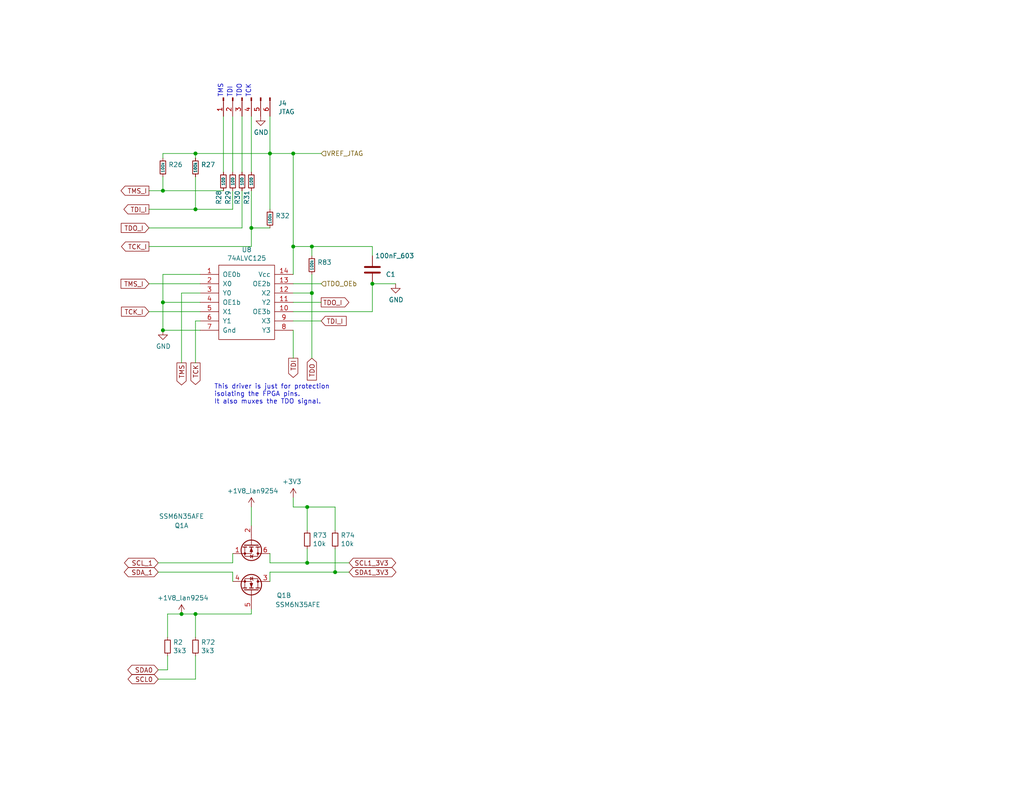
<source format=kicad_sch>
(kicad_sch (version 20230121) (generator eeschema)
  (paper "USLetter")
  (lib_symbols
    (symbol "Connector:Conn_01x06_Male" (pin_names (offset 1.016) hide)
      (property "Reference" "J" (at 0 7.62 0))
      (property "Value" "Conn_01x06_Male" (at 0 -10.16 0))
      (symbol "Conn_01x06_Male_1_1"
        (polyline (pts (xy 1.27 -7.62) (xy 0.8636 -7.62)) (stroke (width 0.1524)))
        (polyline (pts (xy 1.27 -5.08) (xy 0.8636 -5.08)) (stroke (width 0.1524)))
        (polyline (pts (xy 1.27 -2.54) (xy 0.8636 -2.54)) (stroke (width 0.1524)))
        (polyline (pts (xy 1.27 0) (xy 0.8636 0)) (stroke (width 0.1524)))
        (polyline (pts (xy 1.27 2.54) (xy 0.8636 2.54)) (stroke (width 0.1524)))
        (polyline (pts (xy 1.27 5.08) (xy 0.8636 5.08)) (stroke (width 0.1524)))
        (rectangle (start 0.8636 -7.493) (end 0 -7.747) (stroke (width 0.1524)) (fill (type outline)))
        (rectangle (start 0.8636 -4.953) (end 0 -5.207) (stroke (width 0.1524)) (fill (type outline)))
        (rectangle (start 0.8636 -2.413) (end 0 -2.667) (stroke (width 0.1524)) (fill (type outline)))
        (rectangle (start 0.8636 0.127) (end 0 -0.127) (stroke (width 0.1524)) (fill (type outline)))
        (rectangle (start 0.8636 2.667) (end 0 2.413) (stroke (width 0.1524)) (fill (type outline)))
        (rectangle (start 0.8636 5.207) (end 0 4.953) (stroke (width 0.1524)) (fill (type outline)))
        (pin passive line (at 5.08 5.08 180) (length 3.81) (name "Pin_1") (number "1"))
        (pin passive line (at 5.08 2.54 180) (length 3.81) (name "Pin_2") (number "2"))
        (pin passive line (at 5.08 0 180) (length 3.81) (name "Pin_3") (number "3"))
        (pin passive line (at 5.08 -2.54 180) (length 3.81) (name "Pin_4") (number "4"))
        (pin passive line (at 5.08 -5.08 180) (length 3.81) (name "Pin_5") (number "5"))
        (pin passive line (at 5.08 -7.62 180) (length 3.81) (name "Pin_6") (number "6"))
      )
    )
    (symbol "Device:Q_DUAL_NMOS_S1G1D2S2G2D1" (pin_names (offset 0) hide)
      (property "Reference" "Q" (at 6.35 1.27 0))
      (property "Value" "Device_Q_DUAL_NMOS_S1G1D2S2G2D1" (at 19.05 -1.27 0))
      (symbol "Q_DUAL_NMOS_S1G1D2S2G2D1_0_1"
        (polyline (pts (xy 0.254 0) (xy -2.54 0)))
        (polyline (pts (xy 0.254 1.905) (xy 0.254 -1.905)) (stroke (width 0.254)))
        (polyline (pts (xy 0.762 -1.27) (xy 0.762 -2.286)) (stroke (width 0.254)))
        (polyline (pts (xy 0.762 0.508) (xy 0.762 -0.508)) (stroke (width 0.254)))
        (polyline (pts (xy 0.762 2.286) (xy 0.762 1.27)) (stroke (width 0.254)))
        (polyline (pts (xy 2.54 2.54) (xy 2.54 1.778)))
        (polyline (pts (xy 2.54 -2.54) (xy 2.54 0) (xy 0.762 0)))
        (polyline (pts (xy 0.762 -1.778) (xy 3.302 -1.778) (xy 3.302 1.778) (xy 0.762 1.778)))
        (polyline (pts (xy 1.016 0) (xy 2.032 0.381) (xy 2.032 -0.381) (xy 1.016 0)) (fill (type outline)))
        (polyline (pts (xy 2.794 0.508) (xy 2.921 0.381) (xy 3.683 0.381) (xy 3.81 0.254)))
        (polyline (pts (xy 3.302 0.381) (xy 2.921 -0.254) (xy 3.683 -0.254) (xy 3.302 0.381)))
        (circle (center 1.651 0) (radius 2.794) (stroke (width 0.254)))
        (circle (center 2.54 -1.778) (radius 0.254) (fill (type outline)))
        (circle (center 2.54 1.778) (radius 0.254) (fill (type outline)))
      )
      (symbol "Q_DUAL_NMOS_S1G1D2S2G2D1_1_1"
        (pin passive line (at 2.54 -5.08 90) (length 2.54) (name "S") (number "1"))
        (pin input line (at -5.08 0 0) (length 2.54) (name "G") (number "2"))
        (pin passive line (at 2.54 5.08 270) (length 2.54) (name "D") (number "6"))
      )
      (symbol "Q_DUAL_NMOS_S1G1D2S2G2D1_2_1"
        (pin passive line (at 2.54 5.08 270) (length 2.54) (name "D") (number "3"))
        (pin passive line (at 2.54 -5.08 90) (length 2.54) (name "S") (number "4"))
        (pin input line (at -5.08 0 0) (length 2.54) (name "G") (number "5"))
      )
    )
    (symbol "Device:R_Small" (pin_numbers hide) (pin_names (offset 0.254) hide)
      (property "Reference" "R" (at 0.762 0.508 0))
      (property "Value" "R_Small" (at 0.762 -1.016 0))
      (symbol "R_Small_0_1"
        (rectangle (start -0.762 1.778) (end 0.762 -1.778) (stroke (width 0.2032)))
      )
      (symbol "R_Small_1_1"
        (pin passive line (at 0 2.54 270) (length 0.762) (name "~") (number "1"))
        (pin passive line (at 0 -2.54 90) (length 0.762) (name "~") (number "2"))
      )
    )
    (symbol "fmc:100nF_603" (pin_numbers hide) (pin_names (offset 0.254))
      (property "Reference" "C" (at 0.635 2.54 0))
      (property "Value" "fmc_100nF_603" (at 0.635 -2.54 0))
      (symbol "100nF_603_0_1"
        (polyline (pts (xy -2.032 -0.762) (xy 2.032 -0.762)) (stroke (width 0.508)))
        (polyline (pts (xy -2.032 0.762) (xy 2.032 0.762)) (stroke (width 0.508)))
      )
      (symbol "100nF_603_1_1"
        (pin passive line (at 0 3.81 270) (length 2.794) (name "~") (number "1"))
        (pin passive line (at 0 -3.81 90) (length 2.794) (name "~") (number "2"))
      )
    )
    (symbol "fmc:74AC125" (pin_names (offset 1.016))
      (property "Reference" "U" (at 0 -11.43 0))
      (property "Value" "fmc_74AC125" (at 0 11.43 0))
      (symbol "74AC125_0_1"
        (rectangle (start -7.62 10.16) (end 7.62 -10.16))
      )
      (symbol "74AC125_1_1"
        (pin input line (at -12.7 7.62 0) (length 5.08) (name "OE0b") (number "1"))
        (pin input line (at 12.7 -2.54 180) (length 5.08) (name "OE3b") (number "10"))
        (pin tri_state line (at 12.7 0 180) (length 5.08) (name "Y2") (number "11"))
        (pin input line (at 12.7 2.54 180) (length 5.08) (name "X2") (number "12"))
        (pin input line (at 12.7 5.08 180) (length 5.08) (name "OE2b") (number "13"))
        (pin power_in line (at 12.7 7.62 180) (length 5.08) (name "Vcc") (number "14"))
        (pin input line (at -12.7 5.08 0) (length 5.08) (name "X0") (number "2"))
        (pin tri_state line (at -12.7 2.54 0) (length 5.08) (name "Y0") (number "3"))
        (pin input line (at -12.7 0 0) (length 5.08) (name "OE1b") (number "4"))
        (pin input line (at -12.7 -2.54 0) (length 5.08) (name "X1") (number "5"))
        (pin tri_state line (at -12.7 -5.08 0) (length 5.08) (name "Y1") (number "6"))
        (pin power_in line (at -12.7 -7.62 0) (length 5.08) (name "Gnd") (number "7"))
        (pin tri_state line (at 12.7 -7.62 180) (length 5.08) (name "Y3") (number "8"))
        (pin input line (at 12.7 -5.08 180) (length 5.08) (name "X3") (number "9"))
      )
    )
    (symbol "lan9254_project:+1V8" (power) (pin_names (offset 0))
      (property "Value" "+1V8" (at 0 3.556 0))
      (symbol "+1V8_0_1"
        (polyline (pts (xy -0.762 1.27) (xy 0 2.54)))
        (polyline (pts (xy 0 0) (xy 0 2.54)))
        (polyline (pts (xy 0 2.54) (xy 0.762 1.27)))
      )
      (symbol "+1V8_1_1"
        (pin power_in line (at 0 0 90) (length 0) hide (name "+1V8_lan9254") (number "1"))
      )
    )
    (symbol "power:+3V3" (power) (pin_names (offset 0))
      (property "Value" "+3V3" (at 0 3.556 0))
      (symbol "+3V3_0_1"
        (polyline (pts (xy -0.762 1.27) (xy 0 2.54)))
        (polyline (pts (xy 0 0) (xy 0 2.54)))
        (polyline (pts (xy 0 2.54) (xy 0.762 1.27)))
      )
      (symbol "+3V3_1_1"
        (pin power_in line (at 0 0 90) (length 0) hide (name "+3V3") (number "1"))
      )
    )
    (symbol "power:GND" (power) (pin_names (offset 0))
      (property "Value" "GND" (at 0 -3.81 0))
      (symbol "GND_0_1"
        (polyline (pts (xy 0 0) (xy 0 -1.27) (xy 1.27 -1.27) (xy 0 -2.54) (xy -1.27 -1.27) (xy 0 -1.27)))
      )
      (symbol "GND_1_1"
        (pin power_in line (at 0 0 270) (length 0) hide (name "GND") (number "1"))
      )
    )
  )
  (junction (at 101.6 77.47))
  (junction (at 49.53 167.64))
  (junction (at 53.34 41.91))
  (junction (at 83.82 153.67))
  (junction (at 91.44 156.21))
  (junction (at 80.01 41.91))
  (junction (at 85.09 67.31))
  (junction (at 80.01 67.31))
  (junction (at 83.82 138.43))
  (junction (at 44.45 90.17))
  (junction (at 53.34 167.64))
  (junction (at 53.34 57.15))
  (junction (at 68.58 62.23))
  (junction (at 44.45 82.55))
  (junction (at 44.45 52.07))
  (junction (at 85.09 80.01))
  (junction (at 73.66 41.91))
  (wire (pts (xy 44.45 41.91) (xy 53.34 41.91)))
  (wire (pts (xy 44.45 52.07) (xy 60.96 52.07)))
  (wire (pts (xy 83.82 149.86) (xy 83.82 153.67)))
  (wire (pts (xy 101.6 67.31) (xy 101.6 69.85)))
  (wire (pts (xy 83.82 138.43) (xy 91.44 138.43)))
  (wire (pts (xy 80.01 41.91) (xy 87.63 41.91)))
  (wire (pts (xy 43.18 156.21) (xy 63.5 156.21)))
  (wire (pts (xy 83.82 144.78) (xy 83.82 138.43)))
  (wire (pts (xy 73.66 156.21) (xy 91.44 156.21)))
  (wire (pts (xy 80.01 90.17) (xy 80.01 97.79)))
  (wire (pts (xy 53.34 48.26) (xy 53.34 57.15)))
  (wire (pts (xy 80.01 77.47) (xy 87.63 77.47)))
  (wire (pts (xy 85.09 67.31) (xy 101.6 67.31)))
  (wire (pts (xy 60.96 31.75) (xy 60.96 46.99)))
  (wire (pts (xy 73.66 41.91) (xy 80.01 41.91)))
  (wire (pts (xy 45.72 179.07) (xy 45.72 182.88)))
  (wire (pts (xy 43.18 182.88) (xy 45.72 182.88)))
  (wire (pts (xy 53.34 41.91) (xy 73.66 41.91)))
  (wire (pts (xy 53.34 179.07) (xy 53.34 185.42)))
  (wire (pts (xy 80.01 85.09) (xy 101.6 85.09)))
  (wire (pts (xy 44.45 43.18) (xy 44.45 41.91)))
  (wire (pts (xy 80.01 82.55) (xy 87.63 82.55)))
  (wire (pts (xy 54.61 87.63) (xy 53.34 87.63)))
  (wire (pts (xy 68.58 67.31) (xy 40.64 67.31)))
  (wire (pts (xy 101.6 85.09) (xy 101.6 77.47)))
  (wire (pts (xy 83.82 153.67) (xy 95.25 153.67)))
  (wire (pts (xy 85.09 69.85) (xy 85.09 67.31)))
  (wire (pts (xy 66.04 31.75) (xy 66.04 46.99)))
  (wire (pts (xy 44.45 82.55) (xy 54.61 82.55)))
  (wire (pts (xy 80.01 80.01) (xy 85.09 80.01)))
  (wire (pts (xy 63.5 156.21) (xy 63.5 158.75)))
  (wire (pts (xy 53.34 167.64) (xy 68.58 167.64)))
  (wire (pts (xy 68.58 31.75) (xy 68.58 46.99)))
  (wire (pts (xy 91.44 156.21) (xy 95.25 156.21)))
  (wire (pts (xy 85.09 74.93) (xy 85.09 80.01)))
  (wire (pts (xy 73.66 153.67) (xy 83.82 153.67)))
  (wire (pts (xy 43.18 185.42) (xy 53.34 185.42)))
  (wire (pts (xy 54.61 80.01) (xy 49.53 80.01)))
  (wire (pts (xy 40.64 85.09) (xy 54.61 85.09)))
  (wire (pts (xy 44.45 48.26) (xy 44.45 52.07)))
  (wire (pts (xy 44.45 90.17) (xy 54.61 90.17)))
  (wire (pts (xy 53.34 167.64) (xy 53.34 173.99)))
  (wire (pts (xy 68.58 167.64) (xy 68.58 166.37)))
  (wire (pts (xy 45.72 167.64) (xy 49.53 167.64)))
  (wire (pts (xy 40.64 52.07) (xy 44.45 52.07)))
  (wire (pts (xy 53.34 43.18) (xy 53.34 41.91)))
  (wire (pts (xy 68.58 62.23) (xy 73.66 62.23)))
  (wire (pts (xy 63.5 52.07) (xy 63.5 57.15)))
  (wire (pts (xy 40.64 77.47) (xy 54.61 77.47)))
  (wire (pts (xy 91.44 149.86) (xy 91.44 156.21)))
  (wire (pts (xy 73.66 57.15) (xy 73.66 41.91)))
  (wire (pts (xy 80.01 41.91) (xy 80.01 67.31)))
  (wire (pts (xy 45.72 173.99) (xy 45.72 167.64)))
  (wire (pts (xy 73.66 158.75) (xy 73.66 156.21)))
  (wire (pts (xy 80.01 67.31) (xy 80.01 74.93)))
  (wire (pts (xy 49.53 80.01) (xy 49.53 99.06)))
  (wire (pts (xy 53.34 57.15) (xy 40.64 57.15)))
  (wire (pts (xy 68.58 52.07) (xy 68.58 62.23)))
  (wire (pts (xy 80.01 135.89) (xy 80.01 138.43)))
  (wire (pts (xy 68.58 138.43) (xy 68.58 143.51)))
  (wire (pts (xy 43.18 153.67) (xy 63.5 153.67)))
  (wire (pts (xy 44.45 82.55) (xy 44.45 74.93)))
  (wire (pts (xy 87.63 87.63) (xy 80.01 87.63)))
  (wire (pts (xy 63.5 153.67) (xy 63.5 151.13)))
  (wire (pts (xy 53.34 87.63) (xy 53.34 99.06)))
  (wire (pts (xy 40.64 62.23) (xy 66.04 62.23)))
  (wire (pts (xy 85.09 67.31) (xy 80.01 67.31)))
  (wire (pts (xy 73.66 151.13) (xy 73.66 153.67)))
  (wire (pts (xy 68.58 62.23) (xy 68.58 67.31)))
  (wire (pts (xy 91.44 138.43) (xy 91.44 144.78)))
  (wire (pts (xy 53.34 57.15) (xy 63.5 57.15)))
  (wire (pts (xy 66.04 62.23) (xy 66.04 52.07)))
  (wire (pts (xy 44.45 74.93) (xy 54.61 74.93)))
  (wire (pts (xy 44.45 90.17) (xy 44.45 82.55)))
  (wire (pts (xy 83.82 138.43) (xy 80.01 138.43)))
  (wire (pts (xy 107.95 77.47) (xy 101.6 77.47)))
  (wire (pts (xy 85.09 80.01) (xy 85.09 97.79)))
  (wire (pts (xy 49.53 167.64) (xy 53.34 167.64)))
  (wire (pts (xy 63.5 31.75) (xy 63.5 46.99)))
  (wire (pts (xy 73.66 31.75) (xy 73.66 41.91)))
  (text "TDO" (at 66.04 26.67 90) (effects (font (size 1.27 1.27)) (justify left bottom)))
  (text "TMS" (at 60.96 26.67 90) (effects (font (size 1.27 1.27)) (justify left bottom)))
  (text "TCK" (at 68.58 26.67 90) (effects (font (size 1.27 1.27)) (justify left bottom)))
  (text "This driver is just for protection\nisolating the FPGA pins.\nIt also muxes the TDO signal." (at 58.42 110.49 0) (effects (font (size 1.27 1.27)) (justify left bottom)))
  (text "TDI" (at 63.5 26.67 90) (effects (font (size 1.27 1.27)) (justify left bottom)))
  (global_label "TCK_I" (shape output) (at 40.64 67.31 180) (property "Intersheetrefs" "${INTERSHEET_REFS}" (effects hide)))
  (global_label "TDO_I" (shape output) (at 87.63 82.55 0) (property "Intersheetrefs" "${INTERSHEET_REFS}" (effects hide)))
  (global_label "TMS_I" (shape input) (at 40.64 77.47 180) (property "Intersheetrefs" "${INTERSHEET_REFS}" (effects hide)))
  (global_label "SCL0" (shape bidirectional) (at 43.18 185.42 180) (property "Intersheetrefs" "${INTERSHEET_REFS}" (effects hide)))
  (global_label "TDO_I" (shape input) (at 40.64 62.23 180) (property "Intersheetrefs" "${INTERSHEET_REFS}" (effects hide)))
  (global_label "TMS" (shape output) (at 49.53 99.06 270) (property "Intersheetrefs" "${INTERSHEET_REFS}" (effects hide)))
  (global_label "SDA1_3V3" (shape bidirectional) (at 95.25 156.21 0) (property "Intersheetrefs" "${INTERSHEET_REFS}" (effects hide)))
  (global_label "SCL1_3V3" (shape bidirectional) (at 95.25 153.67 0) (property "Intersheetrefs" "${INTERSHEET_REFS}" (effects hide)))
  (global_label "SCL_1" (shape bidirectional) (at 43.18 153.67 180) (property "Intersheetrefs" "${INTERSHEET_REFS}" (effects hide)))
  (global_label "TDI_I" (shape output) (at 40.64 57.15 180) (property "Intersheetrefs" "${INTERSHEET_REFS}" (effects hide)))
  (global_label "SDA0" (shape bidirectional) (at 43.18 182.88 180) (property "Intersheetrefs" "${INTERSHEET_REFS}" (effects hide)))
  (global_label "TDI_I" (shape input) (at 87.63 87.63 0) (property "Intersheetrefs" "${INTERSHEET_REFS}" (effects hide)))
  (global_label "TDI" (shape output) (at 80.01 97.79 270) (property "Intersheetrefs" "${INTERSHEET_REFS}" (effects hide)))
  (global_label "TCK_I" (shape input) (at 40.64 85.09 180) (property "Intersheetrefs" "${INTERSHEET_REFS}" (effects hide)))
  (global_label "TDO" (shape input) (at 85.09 97.79 270) (property "Intersheetrefs" "${INTERSHEET_REFS}" (effects hide)))
  (global_label "TMS_I" (shape output) (at 40.64 52.07 180) (property "Intersheetrefs" "${INTERSHEET_REFS}" (effects hide)))
  (global_label "TCK" (shape output) (at 53.34 99.06 270) (property "Intersheetrefs" "${INTERSHEET_REFS}" (effects hide)))
  (global_label "SDA_1" (shape bidirectional) (at 43.18 156.21 180) (property "Intersheetrefs" "${INTERSHEET_REFS}" (effects hide)))
  (hierarchical_label "TDO_OEb" (shape input) (at 87.63 77.47 0))
  (hierarchical_label "VREF_JTAG" (shape input) (at 87.63 41.91 0))
  (symbol (lib_id "Connector:Conn_01x06_Male") (at 66.04 26.67 90) (mirror x) (unit 1)
    (property "Reference" "J4" (at 75.8952 28.194 90) (effects (justify right)))
    (property "Value" "JTAG" (at 75.8952 30.5054 90) (effects (justify right)))
    (property "Footprint" "Connector_PinHeader_2.54mm:PinHeader_1x06_P2.54mm_Vertical" (effects hide))
  )
  (symbol (lib_id "power:GND") (at 71.12 31.75 0) (unit 1)
    (property "Reference" "#PWR0123" (effects hide))
    (property "Value" "GND" (at 71.247 36.1442 0))
  )
  (symbol (lib_id "fmc:74AC125") (at 67.31 82.55 0) (unit 1)
    (property "Reference" "U8" (at 67.31 68.199 0))
    (property "Value" "74ALVC125" (at 67.31 70.5104 0))
    (property "Footprint" "Package_SO:TSSOP-14_4.4x5mm_P0.65mm" (effects hide))
  )
  (symbol (lib_id "power:GND") (at 44.45 90.17 0) (unit 1)
    (property "Reference" "#PWR0129" (effects hide))
    (property "Value" "GND" (at 44.577 94.5642 0))
  )
  (symbol (lib_id "power:GND") (at 107.95 77.47 0) (unit 1)
    (property "Reference" "#PWR0124" (effects hide))
    (property "Value" "GND" (at 108.077 81.8642 0))
  )
  (symbol (lib_id "fmc:100nF_603") (at 101.6 73.66 180) (unit 1)
    (property "Reference" "C1" (at 107.95 74.93 0) (effects (justify left)))
    (property "Value" "100nF_603" (at 113.03 69.85 0) (effects (justify left)))
    (property "Footprint" "Capacitor_SMD:C_0603_1608Metric" (effects hide))
    (property "Part" "GCJ188R71E104KA12D" (effects hide))
    (property "Manufacturer" "Murata" (effects hide))
  )
  (symbol (lib_id "Device:R_Small") (at 44.45 45.72 0) (unit 1)
    (property "Reference" "R26" (at 45.9486 44.958 0) (effects (justify left)))
    (property "Value" "100k" (at 44.45 45.72 90) (effects (font (size 0.762 0.762))))
    (property "Footprint" "Resistor_SMD:R_0603_1608Metric" (effects hide))
  )
  (symbol (lib_id "Device:R_Small") (at 53.34 45.72 0) (unit 1)
    (property "Reference" "R27" (at 54.8386 44.958 0) (effects (justify left)))
    (property "Value" "100k" (at 53.34 45.72 90) (effects (font (size 0.762 0.762))))
    (property "Footprint" "Resistor_SMD:R_0603_1608Metric" (effects hide))
  )
  (symbol (lib_id "Device:R_Small") (at 60.96 49.53 0) (unit 1)
    (property "Reference" "R28" (at 59.69 55.88 90) (effects (justify left)))
    (property "Value" "100" (at 60.96 49.53 90) (effects (font (size 0.762 0.762))))
    (property "Footprint" "Resistor_SMD:R_0603_1608Metric" (effects hide))
  )
  (symbol (lib_id "Device:R_Small") (at 73.66 59.69 0) (unit 1)
    (property "Reference" "R32" (at 75.1586 58.928 0) (effects (justify left)))
    (property "Value" "100k" (at 73.66 59.69 90) (effects (font (size 0.762 0.762))))
    (property "Footprint" "Resistor_SMD:R_0603_1608Metric" (effects hide))
  )
  (symbol (lib_id "Device:R_Small") (at 63.5 49.53 0) (unit 1)
    (property "Reference" "R29" (at 62.23 55.88 90) (effects (justify left)))
    (property "Value" "100" (at 63.5 49.53 90) (effects (font (size 0.762 0.762))))
    (property "Footprint" "Resistor_SMD:R_0603_1608Metric" (effects hide))
  )
  (symbol (lib_id "Device:R_Small") (at 66.04 49.53 0) (unit 1)
    (property "Reference" "R30" (at 64.77 55.88 90) (effects (justify left)))
    (property "Value" "100" (at 66.04 49.53 90) (effects (font (size 0.762 0.762))))
    (property "Footprint" "Resistor_SMD:R_0603_1608Metric" (effects hide))
  )
  (symbol (lib_id "Device:R_Small") (at 68.58 49.53 0) (unit 1)
    (property "Reference" "R31" (at 67.31 55.88 90) (effects (justify left)))
    (property "Value" "100" (at 68.58 49.53 90) (effects (font (size 0.762 0.762))))
    (property "Footprint" "Resistor_SMD:R_0603_1608Metric" (effects hide))
  )
  (symbol (lib_id "lan9254_project:+1V8") (at 68.58 138.43 0) (unit 1)
    (property "Reference" "#PWR0136" (effects hide))
    (property "Value" "+1V8" (at 68.961 134.0358 0))
  )
  (symbol (lib_id "power:+3V3") (at 80.01 135.89 0) (mirror y) (unit 1)
    (property "Reference" "#PWR0137" (effects hide))
    (property "Value" "+3V3" (at 79.629 131.4958 0))
  )
  (symbol (lib_id "Device:R_Small") (at 83.82 147.32 0) (unit 1)
    (property "Reference" "R73" (at 85.3186 146.1516 0) (effects (justify left)))
    (property "Value" "10k" (at 85.3186 148.463 0) (effects (justify left)))
    (property "Footprint" "Resistor_SMD:R_0603_1608Metric" (effects hide))
  )
  (symbol (lib_id "Device:R_Small") (at 91.44 147.32 0) (unit 1)
    (property "Reference" "R74" (at 92.9386 146.1516 0) (effects (justify left)))
    (property "Value" "10k" (at 92.9386 148.463 0) (effects (justify left)))
    (property "Footprint" "Resistor_SMD:R_0603_1608Metric" (effects hide))
  )
  (symbol (lib_id "Device:R_Small") (at 45.72 176.53 0) (unit 1)
    (property "Reference" "R2" (at 47.2186 175.3616 0) (effects (justify left)))
    (property "Value" "3k3" (at 47.2186 177.673 0) (effects (justify left)))
    (property "Footprint" "Resistor_SMD:R_0603_1608Metric" (effects hide))
  )
  (symbol (lib_id "Device:R_Small") (at 53.34 176.53 0) (unit 1)
    (property "Reference" "R72" (at 54.8386 175.3616 0) (effects (justify left)))
    (property "Value" "3k3" (at 54.8386 177.673 0) (effects (justify left)))
    (property "Footprint" "Resistor_SMD:R_0603_1608Metric" (effects hide))
  )
  (symbol (lib_id "lan9254_project:+1V8") (at 49.53 167.64 0) (unit 1)
    (property "Reference" "#PWR0125" (effects hide))
    (property "Value" "+1V8" (at 49.911 163.2458 0))
  )
  (symbol (lib_id "Device:Q_DUAL_NMOS_S1G1D2S2G2D1") (at 68.58 148.59 270) (unit 1)
    (property "Reference" "Q1" (at 49.53 143.51 90))
    (property "Value" "SSM6N35AFE" (at 49.53 140.97 90))
    (property "Footprint" "proj_footprints:SOT-563-adjusted" (effects hide))
    (property "Manufacturer" "Toshiba" (effects hide))
  )
  (symbol (lib_id "Device:Q_DUAL_NMOS_S1G1D2S2G2D1") (at 68.58 161.29 270) (mirror x) (unit 2)
    (property "Reference" "Q1" (at 77.47 162.56 90))
    (property "Value" "SSM6N35AFE" (at 81.28 165.1 90))
    (property "Footprint" "proj_footprints:SOT-563-adjusted" (effects hide))
  )
  (symbol (lib_id "Device:R_Small") (at 85.09 72.39 0) (unit 1)
    (property "Reference" "R83" (at 86.5886 71.628 0) (effects (justify left)))
    (property "Value" "100k" (at 85.09 72.39 90) (effects (font (size 0.762 0.762))))
    (property "Footprint" "Resistor_SMD:R_0603_1608Metric" (effects hide))
  )
)
</source>
